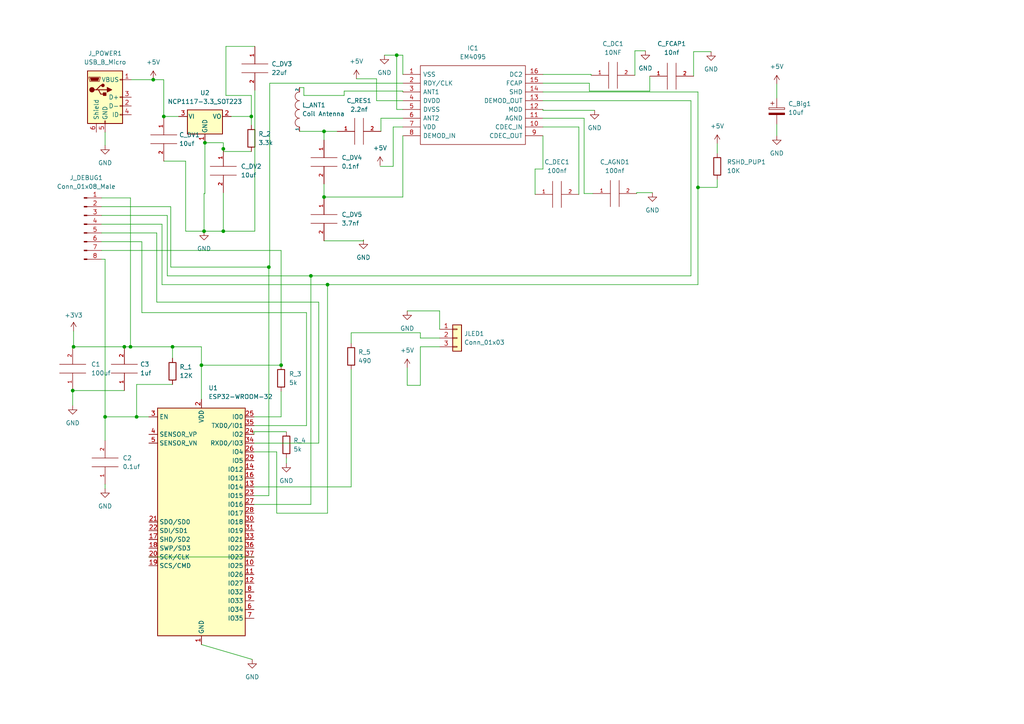
<source format=kicad_sch>
(kicad_sch (version 20211123) (generator eeschema)
  (paper "A4")
  (lib_symbols
    (symbol "Connector:Conn_01x08_Male" (pin_names (offset 1.016) hide)
      (property "Reference" "J" (at 0 10.16 0))
      (property "Value" "Conn_01x08_Male" (at 0 -12.7 0))
      (symbol "Conn_01x08_Male_1_1"
        (polyline (pts (xy 1.27 -10.16) (xy 0.8636 -10.16)) (stroke (width 0.1524)))
        (polyline (pts (xy 1.27 -7.62) (xy 0.8636 -7.62)) (stroke (width 0.1524)))
        (polyline (pts (xy 1.27 -5.08) (xy 0.8636 -5.08)) (stroke (width 0.1524)))
        (polyline (pts (xy 1.27 -2.54) (xy 0.8636 -2.54)) (stroke (width 0.1524)))
        (polyline (pts (xy 1.27 0) (xy 0.8636 0)) (stroke (width 0.1524)))
        (polyline (pts (xy 1.27 2.54) (xy 0.8636 2.54)) (stroke (width 0.1524)))
        (polyline (pts (xy 1.27 5.08) (xy 0.8636 5.08)) (stroke (width 0.1524)))
        (polyline (pts (xy 1.27 7.62) (xy 0.8636 7.62)) (stroke (width 0.1524)))
        (rectangle (start 0.8636 -10.033) (end 0 -10.287) (stroke (width 0.1524)) (fill (type outline)))
        (rectangle (start 0.8636 -7.493) (end 0 -7.747) (stroke (width 0.1524)) (fill (type outline)))
        (rectangle (start 0.8636 -4.953) (end 0 -5.207) (stroke (width 0.1524)) (fill (type outline)))
        (rectangle (start 0.8636 -2.413) (end 0 -2.667) (stroke (width 0.1524)) (fill (type outline)))
        (rectangle (start 0.8636 0.127) (end 0 -0.127) (stroke (width 0.1524)) (fill (type outline)))
        (rectangle (start 0.8636 2.667) (end 0 2.413) (stroke (width 0.1524)) (fill (type outline)))
        (rectangle (start 0.8636 5.207) (end 0 4.953) (stroke (width 0.1524)) (fill (type outline)))
        (rectangle (start 0.8636 7.747) (end 0 7.493) (stroke (width 0.1524)) (fill (type outline)))
        (pin passive line (at 5.08 7.62 180) (length 3.81) (name "Pin_1") (number "1"))
        (pin passive line (at 5.08 5.08 180) (length 3.81) (name "Pin_2") (number "2"))
        (pin passive line (at 5.08 2.54 180) (length 3.81) (name "Pin_3") (number "3"))
        (pin passive line (at 5.08 0 180) (length 3.81) (name "Pin_4") (number "4"))
        (pin passive line (at 5.08 -2.54 180) (length 3.81) (name "Pin_5") (number "5"))
        (pin passive line (at 5.08 -5.08 180) (length 3.81) (name "Pin_6") (number "6"))
        (pin passive line (at 5.08 -7.62 180) (length 3.81) (name "Pin_7") (number "7"))
        (pin passive line (at 5.08 -10.16 180) (length 3.81) (name "Pin_8") (number "8"))
      )
    )
    (symbol "Connector:USB_B_Micro" (pin_names (offset 1.016))
      (property "Reference" "J" (at -5.08 11.43 0))
      (property "Value" "USB_B_Micro" (at -5.08 8.89 0))
      (symbol "USB_B_Micro_0_1"
        (rectangle (start -5.08 -7.62) (end 5.08 7.62) (stroke (width 0.254)) (fill (type background)))
        (circle (center -3.81 2.159) (radius 0.635) (stroke (width 0.254)) (fill (type outline)))
        (circle (center -0.635 3.429) (radius 0.381) (stroke (width 0.254)) (fill (type outline)))
        (rectangle (start -0.127 -7.62) (end 0.127 -6.858))
        (polyline (pts (xy -1.905 2.159) (xy 0.635 2.159)) (stroke (width 0.254)))
        (polyline (pts (xy -3.175 2.159) (xy -2.54 2.159) (xy -1.27 3.429) (xy -0.635 3.429)) (stroke (width 0.254)))
        (polyline (pts (xy -2.54 2.159) (xy -1.905 2.159) (xy -1.27 0.889) (xy 0 0.889)) (stroke (width 0.254)))
        (polyline (pts (xy 0.635 2.794) (xy 0.635 1.524) (xy 1.905 2.159) (xy 0.635 2.794)) (stroke (width 0.254)) (fill (type outline)))
        (polyline (pts (xy -4.318 5.588) (xy -1.778 5.588) (xy -2.032 4.826) (xy -4.064 4.826) (xy -4.318 5.588)) (fill (type outline)))
        (polyline (pts (xy -4.699 5.842) (xy -4.699 5.588) (xy -4.445 4.826) (xy -4.445 4.572) (xy -1.651 4.572) (xy -1.651 4.826) (xy -1.397 5.588) (xy -1.397 5.842) (xy -4.699 5.842)))
        (rectangle (start 0.254 1.27) (end -0.508 0.508) (stroke (width 0.254)) (fill (type outline)))
        (rectangle (start 5.08 -5.207) (end 4.318 -4.953))
        (rectangle (start 5.08 -2.667) (end 4.318 -2.413))
        (rectangle (start 5.08 -0.127) (end 4.318 0.127))
        (rectangle (start 5.08 4.953) (end 4.318 5.207))
      )
      (symbol "USB_B_Micro_1_1"
        (pin power_out line (at 7.62 5.08 180) (length 2.54) (name "VBUS") (number "1"))
        (pin bidirectional line (at 7.62 -2.54 180) (length 2.54) (name "D-") (number "2"))
        (pin bidirectional line (at 7.62 0 180) (length 2.54) (name "D+") (number "3"))
        (pin passive line (at 7.62 -5.08 180) (length 2.54) (name "ID") (number "4"))
        (pin power_out line (at 0 -10.16 90) (length 2.54) (name "GND") (number "5"))
        (pin passive line (at -2.54 -10.16 90) (length 2.54) (name "Shield") (number "6"))
      )
    )
    (symbol "Connector_Generic:Conn_01x03" (pin_names (offset 1.016) hide)
      (property "Reference" "J" (at 0 5.08 0))
      (property "Value" "Conn_01x03" (at 0 -5.08 0))
      (symbol "Conn_01x03_1_1"
        (rectangle (start -1.27 -2.413) (end 0 -2.667) (stroke (width 0.1524)))
        (rectangle (start -1.27 0.127) (end 0 -0.127) (stroke (width 0.1524)))
        (rectangle (start -1.27 2.667) (end 0 2.413) (stroke (width 0.1524)))
        (rectangle (start -1.27 3.81) (end 1.27 -3.81) (stroke (width 0.254)) (fill (type background)))
        (pin passive line (at -5.08 2.54 0) (length 3.81) (name "Pin_1") (number "1"))
        (pin passive line (at -5.08 0 0) (length 3.81) (name "Pin_2") (number "2"))
        (pin passive line (at -5.08 -2.54 0) (length 3.81) (name "Pin_3") (number "3"))
      )
    )
    (symbol "Device:C_Polarized" (pin_numbers hide) (pin_names (offset 0.254))
      (property "Reference" "C" (at 0.635 2.54 0))
      (property "Value" "C_Polarized" (at 0.635 -2.54 0))
      (symbol "C_Polarized_0_1"
        (rectangle (start -2.286 0.508) (end 2.286 1.016))
        (polyline (pts (xy -1.778 2.286) (xy -0.762 2.286)))
        (polyline (pts (xy -1.27 2.794) (xy -1.27 1.778)))
        (rectangle (start 2.286 -0.508) (end -2.286 -1.016) (fill (type outline)))
      )
      (symbol "C_Polarized_1_1"
        (pin passive line (at 0 3.81 270) (length 2.794) (name "~") (number "1"))
        (pin passive line (at 0 -3.81 90) (length 2.794) (name "~") (number "2"))
      )
    )
    (symbol "Device:R" (pin_numbers hide) (pin_names (offset 0))
      (property "Reference" "R" (at 2.032 0 90))
      (property "Value" "R" (at 0 0 90))
      (symbol "R_0_1"
        (rectangle (start -1.016 -2.54) (end 1.016 2.54) (stroke (width 0.254)))
      )
      (symbol "R_1_1"
        (pin passive line (at 0 3.81 270) (length 1.27) (name "~") (number "1"))
        (pin passive line (at 0 -3.81 90) (length 1.27) (name "~") (number "2"))
      )
    )
    (symbol "EM4095:EM4095" (pin_names (offset 0.762))
      (property "Reference" "IC" (at 36.83 7.62 0))
      (property "Value" "EM4095" (at 36.83 5.08 0))
      (symbol "EM4095_0_0"
        (pin passive line (at 0 0 0) (length 5.08) (name "VSS") (number "1"))
        (pin passive line (at 40.64 -15.24 180) (length 5.08) (name "CDEC_IN") (number "10"))
        (pin passive line (at 40.64 -12.7 180) (length 5.08) (name "AGND") (number "11"))
        (pin passive line (at 40.64 -10.16 180) (length 5.08) (name "MOD") (number "12"))
        (pin passive line (at 40.64 -7.62 180) (length 5.08) (name "DEMOD_OUT") (number "13"))
        (pin passive line (at 40.64 -5.08 180) (length 5.08) (name "SHD") (number "14"))
        (pin passive line (at 40.64 -2.54 180) (length 5.08) (name "FCAP") (number "15"))
        (pin passive line (at 40.64 0 180) (length 5.08) (name "DC2") (number "16"))
        (pin passive line (at 0 -2.54 0) (length 5.08) (name "RDY/CLK") (number "2"))
        (pin passive line (at 0 -5.08 0) (length 5.08) (name "ANT1") (number "3"))
        (pin passive line (at 0 -7.62 0) (length 5.08) (name "DVDD") (number "4"))
        (pin passive line (at 0 -10.16 0) (length 5.08) (name "DVSS") (number "5"))
        (pin passive line (at 0 -12.7 0) (length 5.08) (name "ANT2") (number "6"))
        (pin passive line (at 0 -15.24 0) (length 5.08) (name "VDD") (number "7"))
        (pin passive line (at 0 -17.78 0) (length 5.08) (name "DEMOD_IN") (number "8"))
        (pin passive line (at 40.64 -17.78 180) (length 5.08) (name "CDEC_OUT") (number "9"))
      )
      (symbol "EM4095_0_1"
        (polyline (pts (xy 5.08 2.54) (xy 35.56 2.54) (xy 35.56 -20.32) (xy 5.08 -20.32) (xy 5.08 2.54)) (stroke (width 0.1524)))
      )
    )
    (symbol "RF_Module:ESP32-WROOM-32"
      (property "Reference" "U" (at -12.7 34.29 0))
      (property "Value" "ESP32-WROOM-32" (at 1.27 34.29 0))
      (symbol "ESP32-WROOM-32_0_1"
        (rectangle (start -12.7 33.02) (end 12.7 -33.02) (stroke (width 0.254)) (fill (type background)))
      )
      (symbol "ESP32-WROOM-32_1_1"
        (pin power_in line (at 0 -35.56 90) (length 2.54) (name "GND") (number "1"))
        (pin bidirectional line (at 15.24 -12.7 180) (length 2.54) (name "IO25") (number "10"))
        (pin bidirectional line (at 15.24 -15.24 180) (length 2.54) (name "IO26") (number "11"))
        (pin bidirectional line (at 15.24 -17.78 180) (length 2.54) (name "IO27") (number "12"))
        (pin bidirectional line (at 15.24 10.16 180) (length 2.54) (name "IO14") (number "13"))
        (pin bidirectional line (at 15.24 15.24 180) (length 2.54) (name "IO12") (number "14"))
        (pin passive line (at 0 -35.56 90) (length 2.54) hide (name "GND") (number "15"))
        (pin bidirectional line (at 15.24 12.7 180) (length 2.54) (name "IO13") (number "16"))
        (pin bidirectional line (at -15.24 -5.08 0) (length 2.54) (name "SHD/SD2") (number "17"))
        (pin bidirectional line (at -15.24 -7.62 0) (length 2.54) (name "SWP/SD3") (number "18"))
        (pin bidirectional line (at -15.24 -12.7 0) (length 2.54) (name "SCS/CMD") (number "19"))
        (pin power_in line (at 0 35.56 270) (length 2.54) (name "VDD") (number "2"))
        (pin bidirectional line (at -15.24 -10.16 0) (length 2.54) (name "SCK/CLK") (number "20"))
        (pin bidirectional line (at -15.24 0 0) (length 2.54) (name "SDO/SD0") (number "21"))
        (pin bidirectional line (at -15.24 -2.54 0) (length 2.54) (name "SDI/SD1") (number "22"))
        (pin bidirectional line (at 15.24 7.62 180) (length 2.54) (name "IO15") (number "23"))
        (pin bidirectional line (at 15.24 25.4 180) (length 2.54) (name "IO2") (number "24"))
        (pin bidirectional line (at 15.24 30.48 180) (length 2.54) (name "IO0") (number "25"))
        (pin bidirectional line (at 15.24 20.32 180) (length 2.54) (name "IO4") (number "26"))
        (pin bidirectional line (at 15.24 5.08 180) (length 2.54) (name "IO16") (number "27"))
        (pin bidirectional line (at 15.24 2.54 180) (length 2.54) (name "IO17") (number "28"))
        (pin bidirectional line (at 15.24 17.78 180) (length 2.54) (name "IO5") (number "29"))
        (pin input line (at -15.24 30.48 0) (length 2.54) (name "EN") (number "3"))
        (pin bidirectional line (at 15.24 0 180) (length 2.54) (name "IO18") (number "30"))
        (pin bidirectional line (at 15.24 -2.54 180) (length 2.54) (name "IO19") (number "31"))
        (pin no_connect line (at -12.7 -27.94 0) (length 2.54) hide (name "NC") (number "32"))
        (pin bidirectional line (at 15.24 -5.08 180) (length 2.54) (name "IO21") (number "33"))
        (pin bidirectional line (at 15.24 22.86 180) (length 2.54) (name "RXD0/IO3") (number "34"))
        (pin bidirectional line (at 15.24 27.94 180) (length 2.54) (name "TXD0/IO1") (number "35"))
        (pin bidirectional line (at 15.24 -7.62 180) (length 2.54) (name "IO22") (number "36"))
        (pin bidirectional line (at 15.24 -10.16 180) (length 2.54) (name "IO23") (number "37"))
        (pin passive line (at 0 -35.56 90) (length 2.54) hide (name "GND") (number "38"))
        (pin passive line (at 0 -35.56 90) (length 2.54) hide (name "GND") (number "39"))
        (pin input line (at -15.24 25.4 0) (length 2.54) (name "SENSOR_VP") (number "4"))
        (pin input line (at -15.24 22.86 0) (length 2.54) (name "SENSOR_VN") (number "5"))
        (pin input line (at 15.24 -25.4 180) (length 2.54) (name "IO34") (number "6"))
        (pin input line (at 15.24 -27.94 180) (length 2.54) (name "IO35") (number "7"))
        (pin bidirectional line (at 15.24 -20.32 180) (length 2.54) (name "IO32") (number "8"))
        (pin bidirectional line (at 15.24 -22.86 180) (length 2.54) (name "IO33") (number "9"))
      )
    )
    (symbol "Regulator_Linear:NCP1117-3.3_SOT223" (pin_names (offset 0.254))
      (property "Reference" "U" (at -3.81 3.175 0))
      (property "Value" "NCP1117-3.3_SOT223" (at 0 3.175 0))
      (symbol "NCP1117-3.3_SOT223_0_1"
        (rectangle (start -5.08 -5.08) (end 5.08 1.905) (stroke (width 0.254)) (fill (type background)))
      )
      (symbol "NCP1117-3.3_SOT223_1_1"
        (pin power_in line (at 0 -7.62 90) (length 2.54) (name "GND") (number "1"))
        (pin power_out line (at 7.62 0 180) (length 2.54) (name "VO") (number "2"))
        (pin power_in line (at -7.62 0 0) (length 2.54) (name "VI") (number "3"))
      )
    )
    (symbol "power:+3V3" (power) (pin_names (offset 0))
      (property "Value" "+3V3" (at 0 3.556 0))
      (symbol "+3V3_0_1"
        (polyline (pts (xy -0.762 1.27) (xy 0 2.54)))
        (polyline (pts (xy 0 0) (xy 0 2.54)))
        (polyline (pts (xy 0 2.54) (xy 0.762 1.27)))
      )
      (symbol "+3V3_1_1"
        (pin power_in line (at 0 0 90) (length 0) hide (name "+3V3") (number "1"))
      )
    )
    (symbol "power:+5V" (power) (pin_names (offset 0))
      (property "Value" "+5V" (at 0 3.556 0))
      (symbol "+5V_0_1"
        (polyline (pts (xy -0.762 1.27) (xy 0 2.54)))
        (polyline (pts (xy 0 0) (xy 0 2.54)))
        (polyline (pts (xy 0 2.54) (xy 0.762 1.27)))
      )
      (symbol "+5V_1_1"
        (pin power_in line (at 0 0 90) (length 0) hide (name "+5V") (number "1"))
      )
    )
    (symbol "power:GND" (power) (pin_names (offset 0))
      (property "Value" "GND" (at 0 -3.81 0))
      (symbol "GND_0_1"
        (polyline (pts (xy 0 0) (xy 0 -1.27) (xy 1.27 -1.27) (xy 0 -2.54) (xy -1.27 -1.27) (xy 0 -1.27)))
      )
      (symbol "GND_1_1"
        (pin power_in line (at 0 0 270) (length 0) hide (name "GND") (number "1"))
      )
    )
    (symbol "pspice:C" (pin_names (offset 0.254))
      (property "Reference" "C" (at 2.54 3.81 90))
      (property "Value" "C" (at 2.54 -3.81 90))
      (symbol "C_0_1"
        (polyline (pts (xy -3.81 -1.27) (xy 3.81 -1.27)))
        (polyline (pts (xy -3.81 1.27) (xy 3.81 1.27)))
      )
      (symbol "C_1_1"
        (pin passive line (at 0 6.35 270) (length 5.08) (name "~") (number "1"))
        (pin passive line (at 0 -6.35 90) (length 5.08) (name "~") (number "2"))
      )
    )
    (symbol "pspice:INDUCTOR" (pin_numbers hide) (pin_names (offset 0))
      (property "Reference" "L" (at 0 2.54 0))
      (property "Value" "INDUCTOR" (at 0 -1.27 0))
      (symbol "INDUCTOR_0_1"
        (arc (start -2.54 0) (mid -3.81 1.27) (end -5.08 0))
        (arc (start 0 0) (mid -1.27 1.27) (end -2.54 0))
        (arc (start 2.54 0) (mid 1.27 1.27) (end 0 0))
        (arc (start 5.08 0) (mid 3.81 1.27) (end 2.54 0))
      )
      (symbol "INDUCTOR_1_1"
        (pin input line (at -6.35 0 0) (length 1.27) (name "1") (number "1"))
        (pin input line (at 6.35 0 180) (length 1.27) (name "2") (number "2"))
      )
    )
  )
  (junction (at 64.77 67.056))
  (junction (at 37.846 100.584))
  (junction (at 93.98 57.15))
  (junction (at 47.498 33.782))
  (junction (at 44.45 23.114))
  (junction (at 59.182 67.056))
  (junction (at 93.98 38.1))
  (junction (at 77.978 77.47))
  (junction (at 81.534 105.918))
  (junction (at 64.77 43.18))
  (junction (at 94.996 82.55))
  (junction (at 21.082 113.284))
  (junction (at 58.42 105.918))
  (junction (at 21.336 100.584))
  (junction (at 115.062 16.002))
  (junction (at 50.038 100.584))
  (junction (at 36.068 100.584))
  (junction (at 90.17 80.01))
  (junction (at 202.438 54.356))
  (junction (at 59.436 41.402))
  (junction (at 30.48 120.904))
  (junction (at 72.898 33.782))
  (junction (at 39.624 120.904))
  (wire (pts (xy 118.11 90.17) (xy 127.508 90.17)))
  (wire (pts (xy 115.062 16.002) (xy 111.506 16.002)))
  (wire (pts (xy 30.48 127.762) (xy 30.48 120.904)))
  (wire (pts (xy 46.99 82.55) (xy 94.996 82.55)))
  (wire (pts (xy 121.92 96.52) (xy 101.854 96.52)))
  (wire (pts (xy 30.48 120.904) (xy 30.48 75.184)))
  (wire (pts (xy 43.18 161.544) (xy 73.66 161.544)))
  (wire (pts (xy 58.42 186.944) (xy 73.152 191.262)))
  (wire (pts (xy 90.17 146.304) (xy 73.66 146.304)))
  (wire (pts (xy 39.624 111.506) (xy 50.038 111.506)))
  (wire (pts (xy 157.48 26.67) (xy 202.438 26.67)))
  (wire (pts (xy 157.48 32.004) (xy 157.48 31.75)))
  (wire (pts (xy 109.22 29.21) (xy 109.22 22.86)))
  (wire (pts (xy 170.942 24.13) (xy 170.942 26.416)))
  (wire (pts (xy 116.84 57.15) (xy 93.98 57.15)))
  (wire (pts (xy 64.77 67.056) (xy 64.77 55.88)))
  (wire (pts (xy 47.498 23.114) (xy 47.498 33.782)))
  (wire (pts (xy 88.9 90.678) (xy 41.148 90.678)))
  (wire (pts (xy 90.17 80.01) (xy 90.17 146.304)))
  (wire (pts (xy 81.534 120.904) (xy 73.66 120.904)))
  (wire (pts (xy 110.49 34.29) (xy 116.84 34.29)))
  (wire (pts (xy 46.99 82.55) (xy 46.99 65.024)))
  (wire (pts (xy 105.41 69.85) (xy 105.41 69.596)))
  (wire (pts (xy 86.868 38.1) (xy 93.98 38.1)))
  (wire (pts (xy 184.658 55.88) (xy 184.658 56.134)))
  (wire (pts (xy 64.77 41.402) (xy 64.77 43.18)))
  (wire (pts (xy 21.082 113.284) (xy 36.068 113.284)))
  (wire (pts (xy 47.498 33.782) (xy 47.498 34.036)))
  (wire (pts (xy 110.49 38.1) (xy 110.49 34.29)))
  (wire (pts (xy 99.822 26.416) (xy 99.822 27.686)))
  (wire (pts (xy 67.056 33.782) (xy 72.898 33.782)))
  (wire (pts (xy 49.53 77.47) (xy 77.978 77.47)))
  (wire (pts (xy 121.92 100.584) (xy 127.508 100.584)))
  (wire (pts (xy 81.534 105.918) (xy 58.42 105.918)))
  (wire (pts (xy 50.038 100.584) (xy 58.42 100.584)))
  (wire (pts (xy 121.92 111.76) (xy 121.92 100.584)))
  (wire (pts (xy 59.436 41.402) (xy 59.436 56.134)))
  (wire (pts (xy 45.466 87.63) (xy 45.466 67.564)))
  (wire (pts (xy 94.996 82.55) (xy 202.438 82.55)))
  (wire (pts (xy 51.816 33.782) (xy 47.498 33.782)))
  (wire (pts (xy 157.48 49.022) (xy 155.194 49.022)))
  (wire (pts (xy 47.498 46.736) (xy 53.848 46.736)))
  (wire (pts (xy 171.45 21.59) (xy 171.45 21.844)))
  (wire (pts (xy 116.84 29.21) (xy 109.22 29.21)))
  (wire (pts (xy 72.898 33.782) (xy 72.898 27.686)))
  (wire (pts (xy 155.194 49.022) (xy 155.194 56.388)))
  (wire (pts (xy 44.45 23.114) (xy 47.498 23.114)))
  (wire (pts (xy 94.996 82.55) (xy 94.996 148.844)))
  (wire (pts (xy 201.168 14.986) (xy 206.248 14.986)))
  (wire (pts (xy 80.264 148.844) (xy 80.264 131.064)))
  (wire (pts (xy 65.532 27.686) (xy 65.532 13.462)))
  (wire (pts (xy 116.84 24.13) (xy 78.232 24.13)))
  (wire (pts (xy 189.23 55.88) (xy 184.658 55.88)))
  (wire (pts (xy 64.77 67.056) (xy 73.914 67.056)))
  (wire (pts (xy 58.42 105.918) (xy 58.42 115.824)))
  (wire (pts (xy 208.026 41.656) (xy 208.026 44.45)))
  (wire (pts (xy 170.942 26.416) (xy 188.468 26.416)))
  (wire (pts (xy 121.92 96.52) (xy 121.92 98.044)))
  (wire (pts (xy 77.978 77.47) (xy 78.232 77.47)))
  (wire (pts (xy 81.534 113.538) (xy 81.534 120.904)))
  (wire (pts (xy 172.466 32.004) (xy 157.48 32.004)))
  (wire (pts (xy 72.898 36.322) (xy 72.898 33.782)))
  (wire (pts (xy 94.996 148.844) (xy 80.264 148.844)))
  (wire (pts (xy 184.15 14.732) (xy 187.198 14.732)))
  (wire (pts (xy 208.026 54.356) (xy 202.438 54.356)))
  (wire (pts (xy 116.84 26.416) (xy 116.84 26.67)))
  (wire (pts (xy 36.068 100.584) (xy 37.846 100.584)))
  (wire (pts (xy 58.42 100.584) (xy 58.42 105.918)))
  (wire (pts (xy 73.66 125.222) (xy 83.058 125.222)))
  (wire (pts (xy 169.418 56.134) (xy 169.418 34.29)))
  (wire (pts (xy 116.84 21.59) (xy 116.84 16.002)))
  (wire (pts (xy 157.48 21.59) (xy 171.45 21.59)))
  (wire (pts (xy 30.48 38.354) (xy 30.48 42.164)))
  (wire (pts (xy 39.624 120.904) (xy 39.624 111.506)))
  (wire (pts (xy 88.9 123.444) (xy 88.9 90.678)))
  (wire (pts (xy 202.438 54.356) (xy 202.438 26.67)))
  (wire (pts (xy 121.92 98.044) (xy 127.508 98.044)))
  (wire (pts (xy 115.062 31.75) (xy 115.062 16.002)))
  (wire (pts (xy 110.236 48.26) (xy 114.046 48.26)))
  (wire (pts (xy 21.082 100.584) (xy 21.336 100.584)))
  (wire (pts (xy 59.436 41.402) (xy 64.77 41.402)))
  (wire (pts (xy 48.514 62.484) (xy 29.464 62.484)))
  (wire (pts (xy 59.436 56.134) (xy 59.182 56.134)))
  (wire (pts (xy 157.48 24.13) (xy 170.942 24.13)))
  (wire (pts (xy 49.53 59.944) (xy 29.464 59.944)))
  (wire (pts (xy 65.532 13.462) (xy 73.914 13.462)))
  (wire (pts (xy 21.082 113.284) (xy 21.082 117.602)))
  (wire (pts (xy 37.846 100.584) (xy 50.038 100.584)))
  (wire (pts (xy 171.958 56.134) (xy 169.418 56.134)))
  (wire (pts (xy 92.456 87.63) (xy 45.466 87.63)))
  (wire (pts (xy 86.868 25.4) (xy 88.138 25.4)))
  (wire (pts (xy 208.026 52.07) (xy 208.026 54.356)))
  (wire (pts (xy 88.138 27.686) (xy 99.822 27.686)))
  (wire (pts (xy 92.456 128.524) (xy 92.456 87.63)))
  (wire (pts (xy 167.894 56.388) (xy 167.894 36.83)))
  (wire (pts (xy 101.854 96.52) (xy 101.854 99.568)))
  (wire (pts (xy 81.534 72.644) (xy 29.464 72.644)))
  (wire (pts (xy 77.978 77.47) (xy 77.978 143.764)))
  (wire (pts (xy 169.418 34.29) (xy 157.48 34.29)))
  (wire (pts (xy 116.84 16.002) (xy 115.062 16.002)))
  (wire (pts (xy 93.98 38.1) (xy 97.79 38.1)))
  (wire (pts (xy 72.898 43.942) (xy 64.77 43.942)))
  (wire (pts (xy 116.84 39.37) (xy 116.84 57.15)))
  (wire (pts (xy 48.514 80.01) (xy 90.17 80.01)))
  (wire (pts (xy 116.84 26.416) (xy 99.822 26.416)))
  (wire (pts (xy 64.77 43.18) (xy 64.77 43.942)))
  (wire (pts (xy 73.66 125.984) (xy 73.66 125.222)))
  (wire (pts (xy 114.046 36.83) (xy 116.84 36.83)))
  (wire (pts (xy 30.48 75.184) (xy 29.464 75.184)))
  (wire (pts (xy 200.406 29.21) (xy 157.48 29.21)))
  (wire (pts (xy 30.48 120.904) (xy 39.624 120.904)))
  (wire (pts (xy 225.298 36.068) (xy 225.298 39.37)))
  (wire (pts (xy 48.514 80.01) (xy 48.514 62.484)))
  (wire (pts (xy 59.182 67.056) (xy 64.77 67.056)))
  (wire (pts (xy 21.336 96.012) (xy 21.336 100.584)))
  (wire (pts (xy 38.1 23.114) (xy 44.45 23.114)))
  (wire (pts (xy 121.92 111.76) (xy 118.11 111.76)))
  (wire (pts (xy 29.464 57.404) (xy 37.846 57.404)))
  (wire (pts (xy 114.046 48.26) (xy 114.046 36.83)))
  (wire (pts (xy 93.98 40.64) (xy 93.98 38.1)))
  (wire (pts (xy 50.038 103.886) (xy 50.038 100.584)))
  (wire (pts (xy 41.148 70.104) (xy 29.464 70.104)))
  (wire (pts (xy 101.854 107.188) (xy 101.854 141.224)))
  (wire (pts (xy 30.48 140.462) (xy 30.48 141.732)))
  (wire (pts (xy 53.848 46.736) (xy 53.848 67.056)))
  (wire (pts (xy 127.508 90.17) (xy 127.508 95.504)))
  (wire (pts (xy 72.898 27.686) (xy 65.532 27.686)))
  (wire (pts (xy 73.66 128.524) (xy 92.456 128.524)))
  (wire (pts (xy 101.854 141.224) (xy 73.66 141.224)))
  (wire (pts (xy 73.66 123.444) (xy 88.9 123.444)))
  (wire (pts (xy 45.466 67.564) (xy 29.464 67.564)))
  (wire (pts (xy 200.406 80.01) (xy 200.406 29.21)))
  (wire (pts (xy 188.468 26.416) (xy 188.468 22.098)))
  (wire (pts (xy 53.848 67.056) (xy 59.182 67.056)))
  (wire (pts (xy 93.98 53.34) (xy 93.98 57.15)))
  (wire (pts (xy 116.84 31.75) (xy 115.062 31.75)))
  (wire (pts (xy 88.138 25.4) (xy 88.138 27.686)))
  (wire (pts (xy 41.148 90.678) (xy 41.148 70.104)))
  (wire (pts (xy 39.624 120.904) (xy 43.18 120.904)))
  (wire (pts (xy 90.17 80.01) (xy 200.406 80.01)))
  (wire (pts (xy 78.232 24.13) (xy 78.232 77.47)))
  (wire (pts (xy 202.438 82.55) (xy 202.438 54.356)))
  (wire (pts (xy 93.98 69.85) (xy 105.41 69.85)))
  (wire (pts (xy 225.298 24.384) (xy 225.298 28.448)))
  (wire (pts (xy 184.15 21.844) (xy 184.15 14.732)))
  (wire (pts (xy 77.978 143.764) (xy 73.66 143.764)))
  (wire (pts (xy 157.48 39.37) (xy 157.48 49.022)))
  (wire (pts (xy 46.99 65.024) (xy 29.464 65.024)))
  (wire (pts (xy 81.534 72.644) (xy 81.534 105.918)))
  (wire (pts (xy 73.66 131.064) (xy 80.264 131.064)))
  (wire (pts (xy 157.48 36.83) (xy 167.894 36.83)))
  (wire (pts (xy 118.11 111.76) (xy 118.11 106.68)))
  (wire (pts (xy 49.53 77.47) (xy 49.53 59.944)))
  (wire (pts (xy 201.168 22.098) (xy 201.168 14.986)))
  (wire (pts (xy 73.914 26.162) (xy 73.914 67.056)))
  (wire (pts (xy 83.058 132.842) (xy 83.058 134.366)))
  (wire (pts (xy 59.182 56.134) (xy 59.182 67.056)))
  (wire (pts (xy 109.22 22.86) (xy 103.378 22.86)))
  (wire (pts (xy 37.846 57.404) (xy 37.846 100.584)))
  (wire (pts (xy 21.336 100.584) (xy 36.068 100.584)))
  (symbol (lib_id "Connector:Conn_01x08_Male") (at 24.384 65.024 0) (unit 1)
    (property "Reference" "J_DEBUG1" (at 25.019 51.562 0))
    (property "Value" "Conn_01x08_Male" (at 25.019 54.102 0))
    (property "Footprint" "Connector_PinHeader_2.54mm:PinHeader_1x08_P2.54mm_Vertical" (effects hide))
  )
  (symbol (lib_id "pspice:C") (at 73.914 19.812 0) (unit 1)
    (property "Reference" "C_DV3" (at 78.74 18.5419 0) (effects (justify left)))
    (property "Value" "22uf" (at 78.74 21.0819 0) (effects (justify left)))
    (property "Footprint" "Capacitor_SMD:C_0805_2012Metric_Pad1.18x1.45mm_HandSolder" (effects hide))
  )
  (symbol (lib_id "pspice:C") (at 93.98 63.5 0) (unit 1)
    (property "Reference" "C_DV5" (at 99.06 62.2299 0) (effects (justify left)))
    (property "Value" "3.7nf" (at 99.06 64.7699 0) (effects (justify left)))
    (property "Footprint" "Capacitor_SMD:C_0805_2012Metric_Pad1.18x1.45mm_HandSolder" (effects hide))
  )
  (symbol (lib_id "power:+5V") (at 118.11 106.68 0) (unit 1)
    (property "Reference" "#PWR014" (effects hide))
    (property "Value" "+5V" (at 118.11 101.6 0))
  )
  (symbol (lib_id "power:+5V") (at 225.298 24.384 0) (unit 1)
    (property "Reference" "#PWR020" (effects hide))
    (property "Value" "+5V" (at 225.298 19.304 0))
  )
  (symbol (lib_id "power:GND") (at 30.48 42.164 0) (unit 1)
    (property "Reference" "#PWR03" (effects hide))
    (property "Value" "GND" (at 30.48 47.244 0))
  )
  (symbol (lib_id "power:GND") (at 59.182 67.056 0) (unit 1)
    (property "Reference" "#PWR06" (effects hide))
    (property "Value" "GND" (at 59.182 72.136 0))
  )
  (symbol (lib_id "power:GND") (at 206.248 14.986 0) (unit 1)
    (property "Reference" "#PWR018" (effects hide))
    (property "Value" "GND" (at 206.248 20.066 0))
  )
  (symbol (lib_id "power:GND") (at 118.11 90.17 0) (unit 1)
    (property "Reference" "#PWR013" (effects hide))
    (property "Value" "GND" (at 118.11 95.25 0))
  )
  (symbol (lib_id "power:+5V") (at 44.45 23.114 0) (unit 1)
    (property "Reference" "#PWR05" (effects hide))
    (property "Value" "+5V" (at 44.45 18.034 0))
  )
  (symbol (lib_id "power:+5V") (at 103.378 22.86 0) (unit 1)
    (property "Reference" "#PWR09" (effects hide))
    (property "Value" "+5V" (at 103.378 17.78 0))
  )
  (symbol (lib_id "power:GND") (at 189.23 55.88 0) (unit 1)
    (property "Reference" "#PWR017" (effects hide))
    (property "Value" "GND" (at 189.23 60.96 0))
  )
  (symbol (lib_id "power:+5V") (at 110.236 48.006 0) (unit 1)
    (property "Reference" "#PWR011" (effects hide))
    (property "Value" "+5V" (at 110.236 42.926 0))
  )
  (symbol (lib_id "pspice:C") (at 177.8 21.844 90) (unit 1)
    (property "Reference" "C_DC1" (at 177.8 12.7 90))
    (property "Value" "10NF" (at 177.8 15.24 90))
    (property "Footprint" "Capacitor_SMD:C_0805_2012Metric_Pad1.18x1.45mm_HandSolder" (effects hide))
  )
  (symbol (lib_id "pspice:C") (at 194.818 22.098 90) (unit 1)
    (property "Reference" "C_FCAP1" (at 194.818 12.7 90))
    (property "Value" "10nf" (at 194.818 15.24 90))
    (property "Footprint" "Capacitor_SMD:C_0805_2012Metric_Pad1.18x1.45mm_HandSolder" (effects hide))
  )
  (symbol (lib_id "power:GND") (at 30.48 141.732 0) (unit 1)
    (property "Reference" "#PWR04" (effects hide))
    (property "Value" "GND" (at 30.48 146.812 0))
  )
  (symbol (lib_id "pspice:C") (at 30.48 134.112 180) (unit 1)
    (property "Reference" "C2" (at 35.56 132.8419 0) (effects (justify right)))
    (property "Value" "0.1uf" (at 35.56 135.3819 0) (effects (justify right)))
    (property "Footprint" "Capacitor_SMD:C_0805_2012Metric_Pad1.18x1.45mm_HandSolder" (effects hide))
  )
  (symbol (lib_id "power:GND") (at 83.058 134.366 0) (unit 1)
    (property "Reference" "#PWR08" (effects hide))
    (property "Value" "GND" (at 83.058 139.446 0))
  )
  (symbol (lib_id "power:GND") (at 187.198 14.732 0) (unit 1)
    (property "Reference" "#PWR016" (effects hide))
    (property "Value" "GND" (at 187.198 19.812 0))
  )
  (symbol (lib_id "Device:R") (at 72.898 40.132 0) (unit 1)
    (property "Reference" "R_2" (at 74.93 38.8619 0) (effects (justify left)))
    (property "Value" "3.3k" (at 74.93 41.4019 0) (effects (justify left)))
    (property "Footprint" "Resistor_SMD:R_0805_2012Metric_Pad1.20x1.40mm_HandSolder" (effects hide))
  )
  (symbol (lib_id "Device:R") (at 83.058 129.032 0) (unit 1)
    (property "Reference" "R_4" (at 85.09 127.7619 0) (effects (justify left)))
    (property "Value" "5k" (at 85.09 130.3019 0) (effects (justify left)))
    (property "Footprint" "Resistor_SMD:R_0805_2012Metric_Pad1.20x1.40mm_HandSolder" (effects hide))
  )
  (symbol (lib_id "EM4095:EM4095") (at 116.84 21.59 0) (unit 1)
    (property "Reference" "IC1" (at 137.16 13.97 0))
    (property "Value" "EM4095" (at 137.16 16.51 0))
    (property "Footprint" "MyLib:SOIC127P602X173-16N" (effects hide))
    (property "Datasheet" "https://www.emmicroelectronic.com/sites/default/files/products/datasheets/em4095_ds.pdf" (effects hide))
    (property "Description" "Read/Write analog front end for 125 kHz RFID Basestation, SO16" (effects hide))
    (property "Height" "1.73" (effects hide))
    (property "Manufacturer_Name" "EM MICROELECTRONIC" (effects hide))
    (property "Manufacturer_Part_Number" "EM4095" (effects hide))
  )
  (symbol (lib_id "pspice:C") (at 64.77 49.53 0) (unit 1)
    (property "Reference" "C_DV2" (at 69.85 48.2599 0) (effects (justify left)))
    (property "Value" "10uf" (at 69.85 50.7999 0) (effects (justify left)))
    (property "Footprint" "Capacitor_SMD:C_0805_2012Metric_Pad1.18x1.45mm_HandSolder" (effects hide))
  )
  (symbol (lib_id "pspice:C") (at 161.544 56.388 90) (unit 1)
    (property "Reference" "C_DEC1" (at 161.544 46.99 90))
    (property "Value" "100nf" (at 161.544 49.53 90))
    (property "Footprint" "Capacitor_SMD:C_0805_2012Metric_Pad1.18x1.45mm_HandSolder" (effects hide))
  )
  (symbol (lib_id "power:GND") (at 73.152 191.262 0) (unit 1)
    (property "Reference" "#PWR07" (effects hide))
    (property "Value" "GND" (at 73.152 196.342 0))
  )
  (symbol (lib_id "Device:R") (at 208.026 48.26 180) (unit 1)
    (property "Reference" "RSHD_PUP1" (at 210.82 46.9899 0) (effects (justify right)))
    (property "Value" "10K" (at 210.82 49.5299 0) (effects (justify right)))
    (property "Footprint" "Resistor_SMD:R_0805_2012Metric_Pad1.20x1.40mm_HandSolder" (effects hide))
  )
  (symbol (lib_id "power:GND") (at 172.466 32.004 0) (unit 1)
    (property "Reference" "#PWR015" (effects hide))
    (property "Value" "GND" (at 172.466 37.084 0))
  )
  (symbol (lib_id "pspice:C") (at 93.98 46.99 0) (unit 1)
    (property "Reference" "C_DV4" (at 99.06 45.7199 0) (effects (justify left)))
    (property "Value" "0.1nf" (at 99.06 48.2599 0) (effects (justify left)))
    (property "Footprint" "Capacitor_SMD:C_0805_2012Metric_Pad1.18x1.45mm_HandSolder" (effects hide))
  )
  (symbol (lib_id "Device:C_Polarized") (at 225.298 32.258 0) (unit 1)
    (property "Reference" "C_Big1" (at 228.6 30.0989 0) (effects (justify left)))
    (property "Value" "10uf" (at 228.6 32.6389 0) (effects (justify left)))
    (property "Footprint" "Capacitor_THT:C_Radial_D5.0mm_H11.0mm_P2.00mm" (effects hide))
  )
  (symbol (lib_id "power:GND") (at 111.506 16.002 0) (unit 1)
    (property "Reference" "#PWR012" (effects hide))
    (property "Value" "GND" (at 111.506 21.082 0))
  )
  (symbol (lib_id "power:GND") (at 225.298 39.37 0) (unit 1)
    (property "Reference" "#PWR021" (effects hide))
    (property "Value" "GND" (at 225.298 44.45 0))
  )
  (symbol (lib_id "Connector_Generic:Conn_01x03") (at 132.588 98.044 0) (unit 1)
    (property "Reference" "JLED1" (at 134.62 96.7739 0) (effects (justify left)))
    (property "Value" "Conn_01x03" (at 134.62 99.3139 0) (effects (justify left)))
    (property "Footprint" "Connector:FanPinHeader_1x03_P2.54mm_Vertical" (effects hide))
  )
  (symbol (lib_id "Connector:USB_B_Micro") (at 30.48 28.194 0) (unit 1)
    (property "Reference" "J_POWER1" (at 30.48 15.494 0))
    (property "Value" "USB_B_Micro" (at 30.48 18.034 0))
    (property "Footprint" "Connector_USB:USB_Micro-B_Molex-105017-0001" (effects hide))
  )
  (symbol (lib_id "Device:R") (at 101.854 103.378 180) (unit 1)
    (property "Reference" "R_5" (at 103.886 102.1079 0) (effects (justify right)))
    (property "Value" "490" (at 103.886 104.6479 0) (effects (justify right)))
    (property "Footprint" "Resistor_SMD:R_0805_2012Metric_Pad1.20x1.40mm_HandSolder" (effects hide))
  )
  (symbol (lib_id "power:GND") (at 105.41 69.596 0) (unit 1)
    (property "Reference" "#PWR010" (effects hide))
    (property "Value" "GND" (at 105.41 74.676 0))
  )
  (symbol (lib_id "Device:R") (at 50.038 107.696 0) (unit 1)
    (property "Reference" "R_1" (at 52.07 106.4259 0) (effects (justify left)))
    (property "Value" "12K" (at 52.07 108.9659 0) (effects (justify left)))
    (property "Footprint" "Resistor_SMD:R_0805_2012Metric_Pad1.20x1.40mm_HandSolder" (effects hide))
  )
  (symbol (lib_id "power:+3V3") (at 21.336 96.012 0) (unit 1)
    (property "Reference" "#PWR02" (effects hide))
    (property "Value" "+3V3" (at 21.336 91.44 0))
  )
  (symbol (lib_id "power:+5V") (at 208.026 41.656 0) (unit 1)
    (property "Reference" "#PWR019" (effects hide))
    (property "Value" "+5V" (at 208.026 36.576 0))
  )
  (symbol (lib_id "pspice:C") (at 47.498 40.386 0) (unit 1)
    (property "Reference" "C_DV1" (at 51.9445 39.1159 0) (effects (justify left)))
    (property "Value" "10uf" (at 51.9445 41.6559 0) (effects (justify left)))
    (property "Footprint" "Capacitor_SMD:C_0805_2012Metric_Pad1.18x1.45mm_HandSolder" (effects hide))
  )
  (symbol (lib_id "pspice:C") (at 36.068 106.934 180) (unit 1)
    (property "Reference" "C3" (at 40.64 105.6639 0) (effects (justify right)))
    (property "Value" "1uf" (at 40.64 108.2039 0) (effects (justify right)))
    (property "Footprint" "Capacitor_SMD:C_0805_2012Metric_Pad1.18x1.45mm_HandSolder" (effects hide))
  )
  (symbol (lib_id "power:GND") (at 21.082 117.602 0) (unit 1)
    (property "Reference" "#PWR01" (effects hide))
    (property "Value" "GND" (at 21.082 122.682 0))
  )
  (symbol (lib_id "pspice:INDUCTOR") (at 86.868 31.75 90) (unit 1)
    (property "Reference" "L_ANT1" (at 87.63 30.4799 90) (effects (justify right)))
    (property "Value" "Coil Antenna" (at 87.63 33.0199 90) (effects (justify right)))
    (property "Footprint" "pcb_inductors:60_turn_square_inductor_corrected" (effects hide))
  )
  (symbol (lib_id "Regulator_Linear:NCP1117-3.3_SOT223") (at 59.436 33.782 0) (unit 1)
    (property "Reference" "U2" (at 59.436 26.924 0))
    (property "Value" "NCP1117-3.3_SOT223" (at 59.436 29.464 0))
    (property "Footprint" "Package_TO_SOT_SMD:SOT-223-3_TabPin2" (effects hide))
    (property "Datasheet" "http://www.onsemi.com/pub_link/Collateral/NCP1117-D.PDF" (effects hide))
  )
  (symbol (lib_id "RF_Module:ESP32-WROOM-32") (at 58.42 151.384 0) (unit 1)
    (property "Reference" "U1" (at 60.4394 112.522 0) (effects (justify left)))
    (property "Value" "ESP32-WROOM-32" (at 60.4394 115.062 0) (effects (justify left)))
    (property "Footprint" "RF_Module:ESP32-WROOM-32" (effects hide))
    (property "Datasheet" "https://www.espressif.com/sites/default/files/documentation/esp32-wroom-32_datasheet_en.pdf" (effects hide))
  )
  (symbol (lib_id "Device:R") (at 81.534 109.728 0) (unit 1)
    (property "Reference" "R_3" (at 83.82 108.4579 0) (effects (justify left)))
    (property "Value" "5k" (at 83.82 110.9979 0) (effects (justify left)))
    (property "Footprint" "Resistor_SMD:R_0805_2012Metric_Pad1.20x1.40mm_HandSolder" (effects hide))
  )
  (symbol (lib_id "pspice:C") (at 104.14 38.1 90) (unit 1)
    (property "Reference" "C_RES1" (at 104.14 29.21 90))
    (property "Value" "2.2nf" (at 104.14 31.75 90))
    (property "Footprint" "Capacitor_SMD:C_0805_2012Metric_Pad1.18x1.45mm_HandSolder" (effects hide))
  )
  (symbol (lib_id "pspice:C") (at 178.308 56.134 90) (unit 1)
    (property "Reference" "C_AGND1" (at 178.308 46.99 90))
    (property "Value" "100nf" (at 178.308 49.53 90))
    (property "Footprint" "Capacitor_SMD:C_0805_2012Metric_Pad1.18x1.45mm_HandSolder" (effects hide))
  )
  (symbol (lib_id "pspice:C") (at 21.082 106.934 180) (unit 1)
    (property "Reference" "C1" (at 26.416 105.6639 0) (effects (justify right)))
    (property "Value" "100uf" (at 26.416 108.2039 0) (effects (justify right)))
    (property "Footprint" "Capacitor_SMD:C_0805_2012Metric_Pad1.18x1.45mm_HandSolder" (effects hide))
  )
)
</source>
